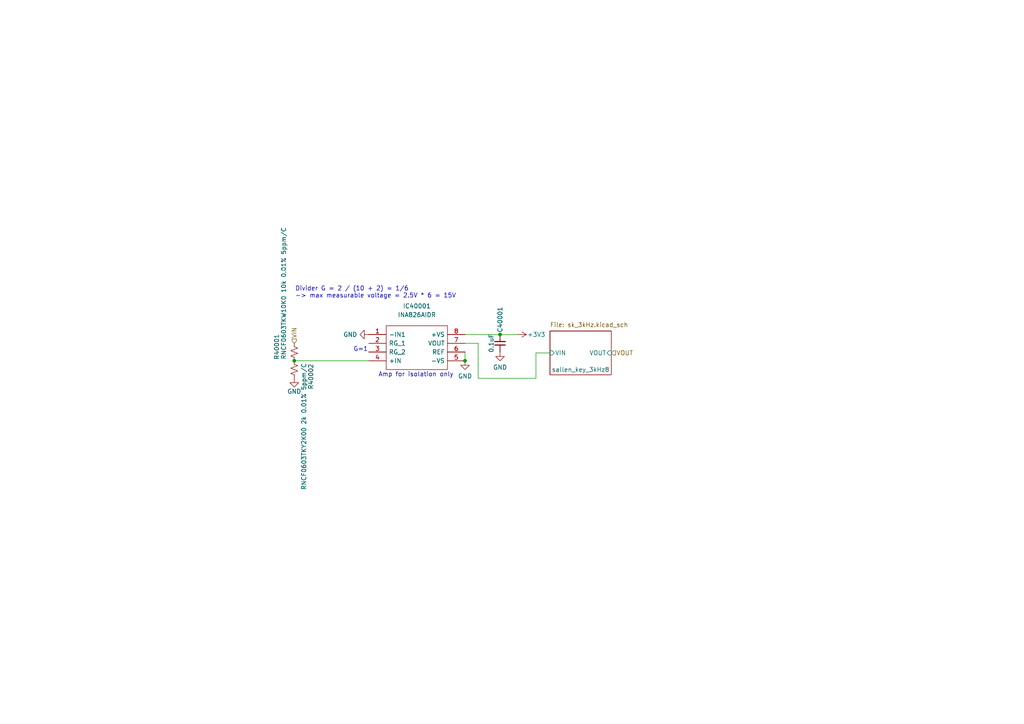
<source format=kicad_sch>
(kicad_sch (version 20231120) (generator "eeschema") (generator_version "8.0")
  (paper "A4")
  (lib_symbols
    (symbol "Device:C_Small" (pin_numbers hide) (pin_names (offset 0.254) hide)
      (property "Reference" "C" (at 0.254 1.778 0))
      (property "Value" "C_Small" (at 0.254 -2.032 0))
      (symbol "C_Small_0_1"
        (polyline (pts (xy -1.524 -0.508) (xy 1.524 -0.508)) (stroke (width 0.3302)))
        (polyline (pts (xy -1.524 0.508) (xy 1.524 0.508)) (stroke (width 0.3048)))
      )
      (symbol "C_Small_1_1"
        (pin passive line (at 0 2.54 270) (length 2.032) (name "~") (number "1"))
        (pin passive line (at 0 -2.54 90) (length 2.032) (name "~") (number "2"))
      )
    )
    (symbol "Device:R_Small_US" (pin_numbers hide) (pin_names (offset 0.254) hide)
      (property "Reference" "R" (at 0.762 0.508 0))
      (property "Value" "R_Small_US" (at 0.762 -1.016 0))
      (symbol "R_Small_US_1_1"
        (polyline (pts (xy 0 0) (xy 1.016 -0.381) (xy 0 -0.762) (xy -1.016 -1.143) (xy 0 -1.524)))
        (polyline (pts (xy 0 1.524) (xy 1.016 1.143) (xy 0 0.762) (xy -1.016 0.381) (xy 0 0)))
        (pin passive line (at 0 2.54 270) (length 1.016) (name "~") (number "1"))
        (pin passive line (at 0 -2.54 90) (length 1.016) (name "~") (number "2"))
      )
    )
    (symbol "aaa:INA826AIDR" (pin_names (offset 0.762))
      (property "Reference" "IC" (at 24.13 7.62 0))
      (property "Value" "INA826AIDR" (at 24.13 5.08 0))
      (symbol "INA826AIDR_0_0"
        (pin passive line (at 0 0 0) (length 5.08) (name "-IN1") (number "1"))
        (pin passive line (at 0 -2.54 0) (length 5.08) (name "RG_1") (number "2"))
        (pin passive line (at 0 -5.08 0) (length 5.08) (name "RG_2") (number "3"))
        (pin passive line (at 0 -7.62 0) (length 5.08) (name "+IN") (number "4"))
        (pin passive line (at 27.94 -7.62 180) (length 5.08) (name "-VS") (number "5"))
        (pin passive line (at 27.94 -5.08 180) (length 5.08) (name "REF") (number "6"))
        (pin passive line (at 27.94 -2.54 180) (length 5.08) (name "VOUT") (number "7"))
        (pin passive line (at 27.94 0 180) (length 5.08) (name "+VS") (number "8"))
      )
      (symbol "INA826AIDR_0_1"
        (polyline (pts (xy 5.08 2.54) (xy 22.86 2.54) (xy 22.86 -10.16) (xy 5.08 -10.16) (xy 5.08 2.54)) (stroke (width 0.1524)))
      )
    )
    (symbol "power:+3V3" (power) (pin_numbers hide) (pin_names (offset 0) hide)
      (property "Value" "+3V3" (at 0 3.556 0))
      (symbol "+3V3_0_1"
        (polyline (pts (xy -0.762 1.27) (xy 0 2.54)))
        (polyline (pts (xy 0 0) (xy 0 2.54)))
        (polyline (pts (xy 0 2.54) (xy 0.762 1.27)))
      )
      (symbol "+3V3_1_1"
        (pin power_in line (at 0 0 90) (length 0) (name "~") (number "1"))
      )
    )
    (symbol "power:GND" (power) (pin_names (offset 0))
      (property "Value" "GND" (at 0 -3.81 0))
      (symbol "GND_0_1"
        (polyline (pts (xy 0 0) (xy 0 -1.27) (xy 1.27 -1.27) (xy 0 -2.54) (xy -1.27 -1.27) (xy 0 -1.27)))
      )
      (symbol "GND_1_1"
        (pin power_in line (at 0 0 270) (length 0) hide (name "GND") (number "1"))
      )
    )
  )
  (junction (at 134.874 104.648))
  (junction (at 85.344 104.648))
  (junction (at 145.034 97.028))
  (wire (pts (xy 138.684 109.728) (xy 138.684 99.568)))
  (wire (pts (xy 145.034 97.028) (xy 150.114 97.028)))
  (wire (pts (xy 155.448 102.362) (xy 155.448 109.728)))
  (wire (pts (xy 85.344 104.648) (xy 106.934 104.648)))
  (wire (pts (xy 134.874 102.108) (xy 134.874 104.648)))
  (wire (pts (xy 134.874 97.028) (xy 145.034 97.028)))
  (wire (pts (xy 138.684 99.568) (xy 134.874 99.568)))
  (wire (pts (xy 138.684 109.728) (xy 155.448 109.728)))
  (wire (pts (xy 159.512 102.362) (xy 155.448 102.362)))
  (text "G=1" (at 102.489 102.108 0) (effects (font (size 1.27 1.27)) (justify left bottom)))
  (text "Amp for isolation only" (at 109.728 109.474 0) (effects (font (size 1.27 1.27)) (justify left bottom)))
  (text "Divider G = 2 / (10 + 2) = 1/6\n-> max measurable voltage = 2.5V * 6 = 15V" (at 85.598 86.614 0) (effects (font (size 1.27 1.27)) (justify left bottom)))
  (hierarchical_label "VOUT" (shape input) (at 177.292 102.362 0))
  (hierarchical_label "VIN" (shape input) (at 85.344 99.568 90))
  (symbol (lib_id "aaa:INA826AIDR") (at 106.934 97.028 0) (unit 1)
    (property "Reference" "IC40001" (at 120.904 88.773 0))
    (property "Value" "INA826AIDR" (at 120.904 91.313 0))
    (property "Footprint" "aaa:SOIC127P600X175-8N" (effects (hide yes)))
    (property "Datasheet" "http://www.ti.com/lit/gpn/ina826" (effects (hide yes)))
    (property "Description" "Precision, 200-uA Supply Current, 36-V Supply Instrumentation Amplifier" (effects (hide yes)))
    (property "Height" "1.75" (effects (hide yes)))
    (property "Manufacturer_Name" "Texas Instruments" (effects (hide yes)))
    (property "Manufacturer_Part_Number" "INA826AIDR" (effects (hide yes)))
    (property "Mouser Part Number" "595-INA826AIDR" (effects (hide yes)))
    (property "Mouser Price/Stock" "https://www.mouser.co.uk/ProductDetail/Texas-Instruments/INA826AIDR?qs=RqytGdBYyUFuQNJtlkA6aQ%3D%3D" (effects (hide yes)))
    (property "Arrow Part Number" "INA826AIDR" (effects (hide yes)))
    (property "Arrow Price/Stock" "https://www.arrow.com/en/products/ina826aidr/texas-instruments?region=nac" (effects (hide yes)))
    (property "LCSC" "C38433" (effects (hide yes)))
    (instances (project "analog_i" (path "" (reference "IC40001") (unit 1)) (path "" (reference "IC42001") (unit 1))) (project "analog_frontend_panel" (path "" (reference "IC23001") (unit 1)) (path "" (reference "IC45001") (unit 1))))
  )
  (symbol (lib_id "Device:R_Small_US") (at 85.344 107.188 0) (unit 1)
    (property "Reference" "R40002" (at 90.17 109.22 90))
    (property "Value" "RNCF0603TKY2K00 2k 0.01% 5ppm/C" (at 88.138 123.698 90))
    (property "Footprint" "Resistor_SMD:R_0603_1608Metric" (effects (hide yes)))
    (property "LCSC" "C346578" (effects (hide yes)))
    (instances (project "analog_i" (path "" (reference "R40002") (unit 1)) (path "" (reference "R42002") (unit 1))) (project "analog_frontend_panel" (path "" (reference "R23002") (unit 1)) (path "" (reference "R45003") (unit 1))))
  )
  (symbol (lib_id "power:GND") (at 85.344 109.728 0) (unit 1)
    (property "Reference" "#PWR231" (effects (hide yes)))
    (property "Value" "GND" (at 87.376 113.538 0) (effects (justify right)))
    (instances (project "analog_i" (path "" (reference "#PWR231") (unit 1)) (path "" (reference "#PWR240") (unit 1))) (project "analog_frontend_panel" (path "" (reference "#PWR23001") (unit 1)) (path "" (reference "#PWR45009") (unit 1))))
  )
  (symbol (lib_id "power:+3V3") (at 150.114 97.028 270) (unit 1)
    (property "Reference" "#PWR229" (effects (hide yes)))
    (property "Value" "+3V3" (at 152.908 97.028 90) (effects (justify left)))
    (property "Description" "Power symbol creates a global label with name \"+3V3\"" (effects (hide yes)))
    (instances (project "analog_i" (path "" (reference "#PWR229") (unit 1)) (path "" (reference "#PWR238") (unit 1))) (project "analog_frontend_panel" (path "" (reference "#PWR23005") (unit 1)) (path "" (reference "#PWR45008") (unit 1))))
  )
  (symbol (lib_id "Device:R_Small_US") (at 85.344 102.108 180) (unit 1)
    (property "Reference" "R40001" (at 80.264 100.584 90))
    (property "Value" "RNCF0603TKW10K0 10k 0.01% 5ppm/C" (at 82.296 85.09 90))
    (property "Footprint" "Resistor_SMD:R_0603_1608Metric" (effects (hide yes)))
    (property "LCSC" "C2482678" (effects (hide yes)))
    (instances (project "analog_i" (path "" (reference "R40001") (unit 1)) (path "" (reference "R42001") (unit 1))) (project "analog_frontend_panel" (path "" (reference "R23001") (unit 1)) (path "" (reference "R45004") (unit 1))))
  )
  (symbol (lib_id "power:GND") (at 106.934 97.028 270) (unit 1)
    (property "Reference" "#PWR230" (effects (hide yes)))
    (property "Value" "GND" (at 103.632 97.0279 90) (effects (justify right)))
    (instances (project "analog_i" (path "" (reference "#PWR230") (unit 1)) (path "" (reference "#PWR239") (unit 1))) (project "analog_frontend_panel" (path "" (reference "#PWR23002") (unit 1)) (path "" (reference "#PWR45005") (unit 1))))
  )
  (symbol (lib_id "power:GND") (at 134.874 104.648 0) (unit 1)
    (property "Reference" "#PWR227" (effects (hide yes)))
    (property "Value" "GND" (at 134.874 109.093 0))
    (instances (project "analog_i" (path "" (reference "#PWR227") (unit 1)) (path "" (reference "#PWR236") (unit 1))) (project "analog_frontend_panel" (path "" (reference "#PWR23003") (unit 1)) (path "" (reference "#PWR45006") (unit 1))))
  )
  (symbol (lib_id "Device:C_Small") (at 145.034 99.568 180) (unit 1)
    (property "Reference" "C40001" (at 145.034 92.71 90))
    (property "Value" "0.1uF" (at 142.494 99.568 90))
    (property "Footprint" "Capacitor_SMD:C_0402_1005Metric" (effects (hide yes)))
    (instances (project "analog_i" (path "" (reference "C40001") (unit 1)) (path "" (reference "C42001") (unit 1))) (project "analog_frontend_panel" (path "" (reference "C23001") (unit 1)) (path "" (reference "C45001") (unit 1))))
  )
  (symbol (lib_id "power:GND") (at 145.034 102.108 0) (unit 1)
    (property "Reference" "#PWR228" (effects (hide yes)))
    (property "Value" "GND" (at 145.034 106.553 0))
    (instances (project "analog_i" (path "" (reference "#PWR228") (unit 1)) (path "" (reference "#PWR237") (unit 1))) (project "analog_frontend_panel" (path "" (reference "#PWR23004") (unit 1)) (path "" (reference "#PWR45007") (unit 1))))
  )
  (sheet (at 159.512 96.012) (size 17.78 12.7) (stroke (width 0.1524))
    (property "Sheetname" "sallen_key_3kHz8" (at 160.02 107.95 0) (effects (justify left bottom)))
    (property "Sheetfile" "sk_3kHz.kicad_sch" (at 159.512 93.472 0) (effects (justify left top)))
    (pin "VIN" input (at 159.512 102.362 180))
    (pin "VOUT" input (at 177.292 102.362 0))
  )
)
</source>
